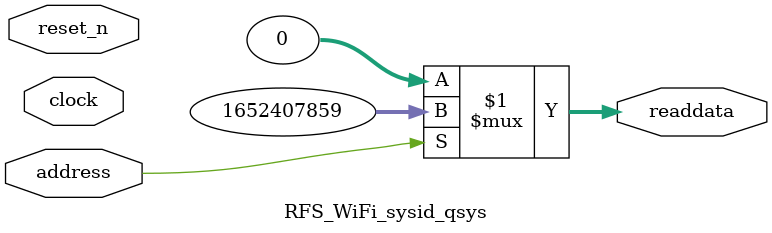
<source format=v>



// synthesis translate_off
`timescale 1ns / 1ps
// synthesis translate_on

// turn off superfluous verilog processor warnings 
// altera message_level Level1 
// altera message_off 10034 10035 10036 10037 10230 10240 10030 

module RFS_WiFi_sysid_qsys (
               // inputs:
                address,
                clock,
                reset_n,

               // outputs:
                readdata
             )
;

  output  [ 31: 0] readdata;
  input            address;
  input            clock;
  input            reset_n;

  wire    [ 31: 0] readdata;
  //control_slave, which is an e_avalon_slave
  assign readdata = address ? 1652407859 : 0;

endmodule



</source>
